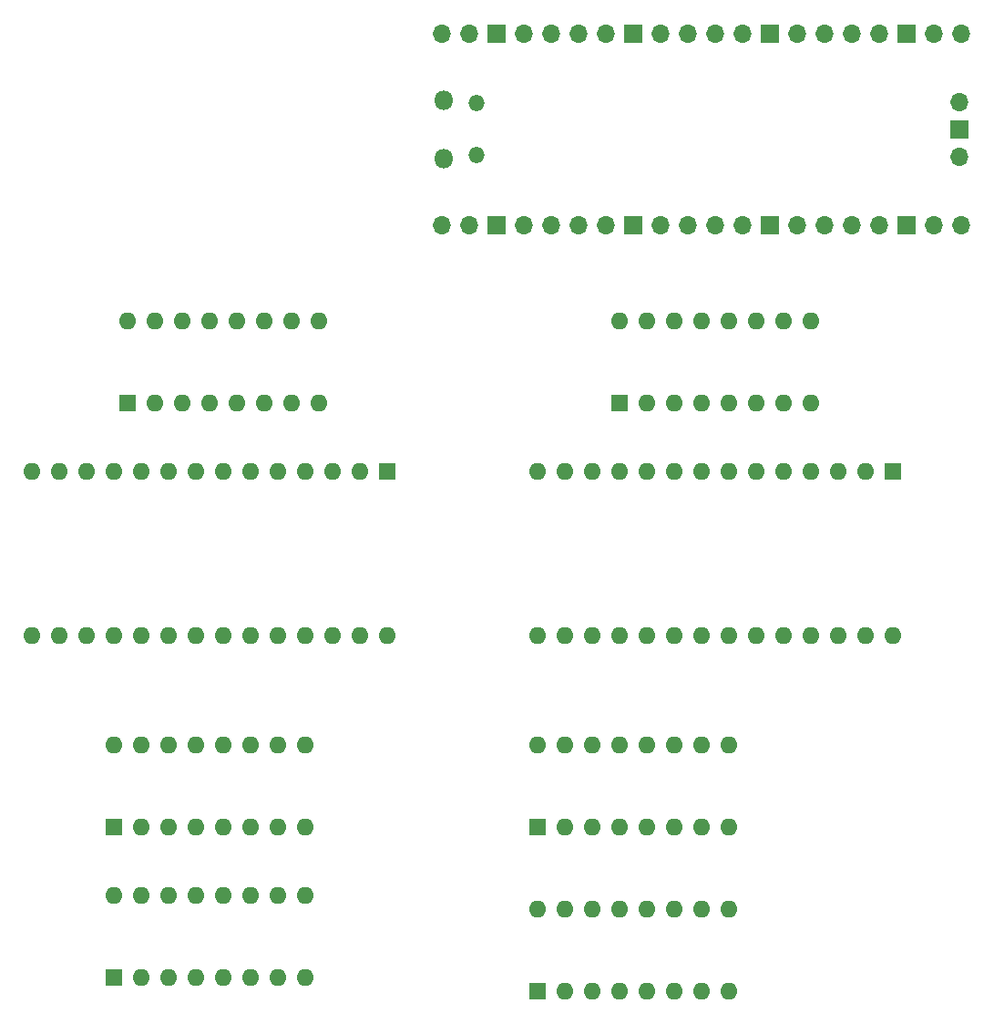
<source format=gbr>
%TF.GenerationSoftware,KiCad,Pcbnew,5.1.10*%
%TF.CreationDate,2021-08-11T14:36:07-04:00*%
%TF.ProjectId,TestSchematic,54657374-5363-4686-956d-617469632e6b,rev?*%
%TF.SameCoordinates,Original*%
%TF.FileFunction,Soldermask,Bot*%
%TF.FilePolarity,Negative*%
%FSLAX46Y46*%
G04 Gerber Fmt 4.6, Leading zero omitted, Abs format (unit mm)*
G04 Created by KiCad (PCBNEW 5.1.10) date 2021-08-11 14:36:07*
%MOMM*%
%LPD*%
G01*
G04 APERTURE LIST*
%ADD10O,1.700000X1.700000*%
%ADD11R,1.700000X1.700000*%
%ADD12O,1.800000X1.800000*%
%ADD13O,1.500000X1.500000*%
%ADD14R,1.600000X1.600000*%
%ADD15O,1.600000X1.600000*%
G04 APERTURE END LIST*
D10*
%TO.C,U9*%
X95250000Y-87630000D03*
X97790000Y-87630000D03*
D11*
X100330000Y-87630000D03*
D10*
X102870000Y-87630000D03*
X105410000Y-87630000D03*
X107950000Y-87630000D03*
X110490000Y-87630000D03*
D11*
X113030000Y-87630000D03*
D10*
X115570000Y-87630000D03*
X118110000Y-87630000D03*
X120650000Y-87630000D03*
X123190000Y-87630000D03*
D11*
X125730000Y-87630000D03*
D10*
X128270000Y-87630000D03*
X130810000Y-87630000D03*
X133350000Y-87630000D03*
X135890000Y-87630000D03*
D11*
X138430000Y-87630000D03*
D10*
X140970000Y-87630000D03*
X143510000Y-87630000D03*
X143510000Y-69850000D03*
X140970000Y-69850000D03*
D11*
X138430000Y-69850000D03*
D10*
X135890000Y-69850000D03*
X133350000Y-69850000D03*
X130810000Y-69850000D03*
X128270000Y-69850000D03*
D11*
X125730000Y-69850000D03*
D10*
X123190000Y-69850000D03*
X120650000Y-69850000D03*
X118110000Y-69850000D03*
X115570000Y-69850000D03*
D11*
X113030000Y-69850000D03*
D10*
X110490000Y-69850000D03*
X107950000Y-69850000D03*
X105410000Y-69850000D03*
X102870000Y-69850000D03*
D11*
X100330000Y-69850000D03*
D10*
X97790000Y-69850000D03*
X95250000Y-69850000D03*
D12*
X95380000Y-81465000D03*
X95380000Y-76015000D03*
D13*
X98410000Y-81165000D03*
X98410000Y-76315000D03*
D10*
X143280000Y-81280000D03*
D11*
X143280000Y-78740000D03*
D10*
X143280000Y-76200000D03*
%TD*%
D14*
%TO.C,U8*%
X111760000Y-104140000D03*
D15*
X129540000Y-96520000D03*
X114300000Y-104140000D03*
X127000000Y-96520000D03*
X116840000Y-104140000D03*
X124460000Y-96520000D03*
X119380000Y-104140000D03*
X121920000Y-96520000D03*
X121920000Y-104140000D03*
X119380000Y-96520000D03*
X124460000Y-104140000D03*
X116840000Y-96520000D03*
X127000000Y-104140000D03*
X114300000Y-96520000D03*
X129540000Y-104140000D03*
X111760000Y-96520000D03*
%TD*%
D14*
%TO.C,U7*%
X66040000Y-104140000D03*
D15*
X83820000Y-96520000D03*
X68580000Y-104140000D03*
X81280000Y-96520000D03*
X71120000Y-104140000D03*
X78740000Y-96520000D03*
X73660000Y-104140000D03*
X76200000Y-96520000D03*
X76200000Y-104140000D03*
X73660000Y-96520000D03*
X78740000Y-104140000D03*
X71120000Y-96520000D03*
X81280000Y-104140000D03*
X68580000Y-96520000D03*
X83820000Y-104140000D03*
X66040000Y-96520000D03*
%TD*%
%TO.C,U6*%
X137160000Y-125730000D03*
X104140000Y-110490000D03*
X134620000Y-125730000D03*
X106680000Y-110490000D03*
X132080000Y-125730000D03*
X109220000Y-110490000D03*
X129540000Y-125730000D03*
X111760000Y-110490000D03*
X127000000Y-125730000D03*
X114300000Y-110490000D03*
X124460000Y-125730000D03*
X116840000Y-110490000D03*
X121920000Y-125730000D03*
X119380000Y-110490000D03*
X119380000Y-125730000D03*
X121920000Y-110490000D03*
X116840000Y-125730000D03*
X124460000Y-110490000D03*
X114300000Y-125730000D03*
X127000000Y-110490000D03*
X111760000Y-125730000D03*
X129540000Y-110490000D03*
X109220000Y-125730000D03*
X132080000Y-110490000D03*
X106680000Y-125730000D03*
X134620000Y-110490000D03*
X104140000Y-125730000D03*
D14*
X137160000Y-110490000D03*
%TD*%
D15*
%TO.C,U5*%
X90170000Y-125730000D03*
X57150000Y-110490000D03*
X87630000Y-125730000D03*
X59690000Y-110490000D03*
X85090000Y-125730000D03*
X62230000Y-110490000D03*
X82550000Y-125730000D03*
X64770000Y-110490000D03*
X80010000Y-125730000D03*
X67310000Y-110490000D03*
X77470000Y-125730000D03*
X69850000Y-110490000D03*
X74930000Y-125730000D03*
X72390000Y-110490000D03*
X72390000Y-125730000D03*
X74930000Y-110490000D03*
X69850000Y-125730000D03*
X77470000Y-110490000D03*
X67310000Y-125730000D03*
X80010000Y-110490000D03*
X64770000Y-125730000D03*
X82550000Y-110490000D03*
X62230000Y-125730000D03*
X85090000Y-110490000D03*
X59690000Y-125730000D03*
X87630000Y-110490000D03*
X57150000Y-125730000D03*
D14*
X90170000Y-110490000D03*
%TD*%
D15*
%TO.C,U4*%
X104140000Y-135890000D03*
X121920000Y-143510000D03*
X106680000Y-135890000D03*
X119380000Y-143510000D03*
X109220000Y-135890000D03*
X116840000Y-143510000D03*
X111760000Y-135890000D03*
X114300000Y-143510000D03*
X114300000Y-135890000D03*
X111760000Y-143510000D03*
X116840000Y-135890000D03*
X109220000Y-143510000D03*
X119380000Y-135890000D03*
X106680000Y-143510000D03*
X121920000Y-135890000D03*
D14*
X104140000Y-143510000D03*
%TD*%
D15*
%TO.C,U3*%
X64770000Y-135890000D03*
X82550000Y-143510000D03*
X67310000Y-135890000D03*
X80010000Y-143510000D03*
X69850000Y-135890000D03*
X77470000Y-143510000D03*
X72390000Y-135890000D03*
X74930000Y-143510000D03*
X74930000Y-135890000D03*
X72390000Y-143510000D03*
X77470000Y-135890000D03*
X69850000Y-143510000D03*
X80010000Y-135890000D03*
X67310000Y-143510000D03*
X82550000Y-135890000D03*
D14*
X64770000Y-143510000D03*
%TD*%
%TO.C,U2*%
X104140000Y-158750000D03*
D15*
X121920000Y-151130000D03*
X106680000Y-158750000D03*
X119380000Y-151130000D03*
X109220000Y-158750000D03*
X116840000Y-151130000D03*
X111760000Y-158750000D03*
X114300000Y-151130000D03*
X114300000Y-158750000D03*
X111760000Y-151130000D03*
X116840000Y-158750000D03*
X109220000Y-151130000D03*
X119380000Y-158750000D03*
X106680000Y-151130000D03*
X121920000Y-158750000D03*
X104140000Y-151130000D03*
%TD*%
%TO.C,U1*%
X64770000Y-149860000D03*
X82550000Y-157480000D03*
X67310000Y-149860000D03*
X80010000Y-157480000D03*
X69850000Y-149860000D03*
X77470000Y-157480000D03*
X72390000Y-149860000D03*
X74930000Y-157480000D03*
X74930000Y-149860000D03*
X72390000Y-157480000D03*
X77470000Y-149860000D03*
X69850000Y-157480000D03*
X80010000Y-149860000D03*
X67310000Y-157480000D03*
X82550000Y-149860000D03*
D14*
X64770000Y-157480000D03*
%TD*%
M02*

</source>
